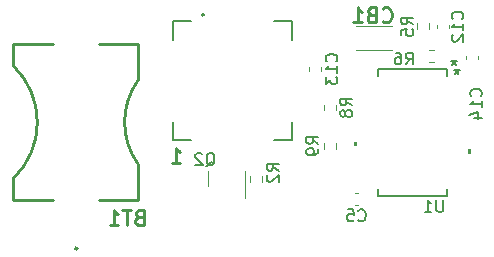
<source format=gbr>
%TF.GenerationSoftware,KiCad,Pcbnew,7.0.6*%
%TF.CreationDate,2024-02-06T14:07:09+09:00*%
%TF.ProjectId,CO2_sensor,434f325f-7365-46e7-936f-722e6b696361,rev?*%
%TF.SameCoordinates,Original*%
%TF.FileFunction,Legend,Bot*%
%TF.FilePolarity,Positive*%
%FSLAX46Y46*%
G04 Gerber Fmt 4.6, Leading zero omitted, Abs format (unit mm)*
G04 Created by KiCad (PCBNEW 7.0.6) date 2024-02-06 14:07:09*
%MOMM*%
%LPD*%
G01*
G04 APERTURE LIST*
%ADD10C,0.150000*%
%ADD11C,0.254000*%
%ADD12C,0.120000*%
%ADD13C,0.200000*%
%ADD14C,0.152400*%
%ADD15C,0.100000*%
G04 APERTURE END LIST*
D10*
X193539580Y-115107142D02*
X193587200Y-115059523D01*
X193587200Y-115059523D02*
X193634819Y-114916666D01*
X193634819Y-114916666D02*
X193634819Y-114821428D01*
X193634819Y-114821428D02*
X193587200Y-114678571D01*
X193587200Y-114678571D02*
X193491961Y-114583333D01*
X193491961Y-114583333D02*
X193396723Y-114535714D01*
X193396723Y-114535714D02*
X193206247Y-114488095D01*
X193206247Y-114488095D02*
X193063390Y-114488095D01*
X193063390Y-114488095D02*
X192872914Y-114535714D01*
X192872914Y-114535714D02*
X192777676Y-114583333D01*
X192777676Y-114583333D02*
X192682438Y-114678571D01*
X192682438Y-114678571D02*
X192634819Y-114821428D01*
X192634819Y-114821428D02*
X192634819Y-114916666D01*
X192634819Y-114916666D02*
X192682438Y-115059523D01*
X192682438Y-115059523D02*
X192730057Y-115107142D01*
X193634819Y-116059523D02*
X193634819Y-115488095D01*
X193634819Y-115773809D02*
X192634819Y-115773809D01*
X192634819Y-115773809D02*
X192777676Y-115678571D01*
X192777676Y-115678571D02*
X192872914Y-115583333D01*
X192872914Y-115583333D02*
X192920533Y-115488095D01*
X192634819Y-116392857D02*
X192634819Y-117011904D01*
X192634819Y-117011904D02*
X193015771Y-116678571D01*
X193015771Y-116678571D02*
X193015771Y-116821428D01*
X193015771Y-116821428D02*
X193063390Y-116916666D01*
X193063390Y-116916666D02*
X193111009Y-116964285D01*
X193111009Y-116964285D02*
X193206247Y-117011904D01*
X193206247Y-117011904D02*
X193444342Y-117011904D01*
X193444342Y-117011904D02*
X193539580Y-116964285D01*
X193539580Y-116964285D02*
X193587200Y-116916666D01*
X193587200Y-116916666D02*
X193634819Y-116821428D01*
X193634819Y-116821428D02*
X193634819Y-116535714D01*
X193634819Y-116535714D02*
X193587200Y-116440476D01*
X193587200Y-116440476D02*
X193539580Y-116392857D01*
D11*
X179598013Y-123690243D02*
X180323728Y-123690243D01*
X179960871Y-123690243D02*
X179960871Y-122420243D01*
X179960871Y-122420243D02*
X180081823Y-122601671D01*
X180081823Y-122601671D02*
X180202775Y-122722624D01*
X180202775Y-122722624D02*
X180323728Y-122783100D01*
D10*
X202592987Y-126834516D02*
X202592987Y-127644039D01*
X202592987Y-127644039D02*
X202545368Y-127739277D01*
X202545368Y-127739277D02*
X202497749Y-127786897D01*
X202497749Y-127786897D02*
X202402511Y-127834516D01*
X202402511Y-127834516D02*
X202212035Y-127834516D01*
X202212035Y-127834516D02*
X202116797Y-127786897D01*
X202116797Y-127786897D02*
X202069178Y-127739277D01*
X202069178Y-127739277D02*
X202021559Y-127644039D01*
X202021559Y-127644039D02*
X202021559Y-126834516D01*
X201021559Y-127834516D02*
X201592987Y-127834516D01*
X201307273Y-127834516D02*
X201307273Y-126834516D01*
X201307273Y-126834516D02*
X201402511Y-126977373D01*
X201402511Y-126977373D02*
X201497749Y-127072611D01*
X201497749Y-127072611D02*
X201592987Y-127120230D01*
X203749999Y-115704819D02*
X203749999Y-115942914D01*
X203988094Y-115847676D02*
X203749999Y-115942914D01*
X203749999Y-115942914D02*
X203511904Y-115847676D01*
X203892856Y-116133390D02*
X203749999Y-115942914D01*
X203749999Y-115942914D02*
X203607142Y-116133390D01*
X203499999Y-114954819D02*
X203499999Y-115192914D01*
X203738094Y-115097676D02*
X203499999Y-115192914D01*
X203499999Y-115192914D02*
X203261904Y-115097676D01*
X203642856Y-115383390D02*
X203499999Y-115192914D01*
X203499999Y-115192914D02*
X203357142Y-115383390D01*
X200048428Y-111976873D02*
X199572237Y-111643540D01*
X200048428Y-111405445D02*
X199048428Y-111405445D01*
X199048428Y-111405445D02*
X199048428Y-111786397D01*
X199048428Y-111786397D02*
X199096047Y-111881635D01*
X199096047Y-111881635D02*
X199143666Y-111929254D01*
X199143666Y-111929254D02*
X199238904Y-111976873D01*
X199238904Y-111976873D02*
X199381761Y-111976873D01*
X199381761Y-111976873D02*
X199476999Y-111929254D01*
X199476999Y-111929254D02*
X199524618Y-111881635D01*
X199524618Y-111881635D02*
X199572237Y-111786397D01*
X199572237Y-111786397D02*
X199572237Y-111405445D01*
X199048428Y-112881635D02*
X199048428Y-112405445D01*
X199048428Y-112405445D02*
X199524618Y-112357826D01*
X199524618Y-112357826D02*
X199476999Y-112405445D01*
X199476999Y-112405445D02*
X199429380Y-112500683D01*
X199429380Y-112500683D02*
X199429380Y-112738778D01*
X199429380Y-112738778D02*
X199476999Y-112834016D01*
X199476999Y-112834016D02*
X199524618Y-112881635D01*
X199524618Y-112881635D02*
X199619856Y-112929254D01*
X199619856Y-112929254D02*
X199857951Y-112929254D01*
X199857951Y-112929254D02*
X199953189Y-112881635D01*
X199953189Y-112881635D02*
X200000809Y-112834016D01*
X200000809Y-112834016D02*
X200048428Y-112738778D01*
X200048428Y-112738778D02*
X200048428Y-112500683D01*
X200048428Y-112500683D02*
X200000809Y-112405445D01*
X200000809Y-112405445D02*
X199953189Y-112357826D01*
D11*
X197467070Y-111682073D02*
X197527546Y-111742550D01*
X197527546Y-111742550D02*
X197708975Y-111803026D01*
X197708975Y-111803026D02*
X197829927Y-111803026D01*
X197829927Y-111803026D02*
X198011356Y-111742550D01*
X198011356Y-111742550D02*
X198132308Y-111621597D01*
X198132308Y-111621597D02*
X198192785Y-111500645D01*
X198192785Y-111500645D02*
X198253261Y-111258740D01*
X198253261Y-111258740D02*
X198253261Y-111077311D01*
X198253261Y-111077311D02*
X198192785Y-110835407D01*
X198192785Y-110835407D02*
X198132308Y-110714454D01*
X198132308Y-110714454D02*
X198011356Y-110593502D01*
X198011356Y-110593502D02*
X197829927Y-110533026D01*
X197829927Y-110533026D02*
X197708975Y-110533026D01*
X197708975Y-110533026D02*
X197527546Y-110593502D01*
X197527546Y-110593502D02*
X197467070Y-110653978D01*
X196499451Y-111137788D02*
X196318023Y-111198264D01*
X196318023Y-111198264D02*
X196257546Y-111258740D01*
X196257546Y-111258740D02*
X196197070Y-111379692D01*
X196197070Y-111379692D02*
X196197070Y-111561121D01*
X196197070Y-111561121D02*
X196257546Y-111682073D01*
X196257546Y-111682073D02*
X196318023Y-111742550D01*
X196318023Y-111742550D02*
X196438975Y-111803026D01*
X196438975Y-111803026D02*
X196922785Y-111803026D01*
X196922785Y-111803026D02*
X196922785Y-110533026D01*
X196922785Y-110533026D02*
X196499451Y-110533026D01*
X196499451Y-110533026D02*
X196378499Y-110593502D01*
X196378499Y-110593502D02*
X196318023Y-110653978D01*
X196318023Y-110653978D02*
X196257546Y-110774930D01*
X196257546Y-110774930D02*
X196257546Y-110895883D01*
X196257546Y-110895883D02*
X196318023Y-111016835D01*
X196318023Y-111016835D02*
X196378499Y-111077311D01*
X196378499Y-111077311D02*
X196499451Y-111137788D01*
X196499451Y-111137788D02*
X196922785Y-111137788D01*
X194987546Y-111803026D02*
X195713261Y-111803026D01*
X195350404Y-111803026D02*
X195350404Y-110533026D01*
X195350404Y-110533026D02*
X195471356Y-110714454D01*
X195471356Y-110714454D02*
X195592308Y-110835407D01*
X195592308Y-110835407D02*
X195713261Y-110895883D01*
D10*
X205768909Y-118051535D02*
X205816529Y-118003916D01*
X205816529Y-118003916D02*
X205864148Y-117861059D01*
X205864148Y-117861059D02*
X205864148Y-117765821D01*
X205864148Y-117765821D02*
X205816529Y-117622964D01*
X205816529Y-117622964D02*
X205721290Y-117527726D01*
X205721290Y-117527726D02*
X205626052Y-117480107D01*
X205626052Y-117480107D02*
X205435576Y-117432488D01*
X205435576Y-117432488D02*
X205292719Y-117432488D01*
X205292719Y-117432488D02*
X205102243Y-117480107D01*
X205102243Y-117480107D02*
X205007005Y-117527726D01*
X205007005Y-117527726D02*
X204911767Y-117622964D01*
X204911767Y-117622964D02*
X204864148Y-117765821D01*
X204864148Y-117765821D02*
X204864148Y-117861059D01*
X204864148Y-117861059D02*
X204911767Y-118003916D01*
X204911767Y-118003916D02*
X204959386Y-118051535D01*
X205864148Y-119003916D02*
X205864148Y-118432488D01*
X205864148Y-118718202D02*
X204864148Y-118718202D01*
X204864148Y-118718202D02*
X205007005Y-118622964D01*
X205007005Y-118622964D02*
X205102243Y-118527726D01*
X205102243Y-118527726D02*
X205149862Y-118432488D01*
X205197481Y-119861059D02*
X205864148Y-119861059D01*
X204816529Y-119622964D02*
X205530814Y-119384869D01*
X205530814Y-119384869D02*
X205530814Y-120003916D01*
X194884819Y-118833333D02*
X194408628Y-118500000D01*
X194884819Y-118261905D02*
X193884819Y-118261905D01*
X193884819Y-118261905D02*
X193884819Y-118642857D01*
X193884819Y-118642857D02*
X193932438Y-118738095D01*
X193932438Y-118738095D02*
X193980057Y-118785714D01*
X193980057Y-118785714D02*
X194075295Y-118833333D01*
X194075295Y-118833333D02*
X194218152Y-118833333D01*
X194218152Y-118833333D02*
X194313390Y-118785714D01*
X194313390Y-118785714D02*
X194361009Y-118738095D01*
X194361009Y-118738095D02*
X194408628Y-118642857D01*
X194408628Y-118642857D02*
X194408628Y-118261905D01*
X194313390Y-119404762D02*
X194265771Y-119309524D01*
X194265771Y-119309524D02*
X194218152Y-119261905D01*
X194218152Y-119261905D02*
X194122914Y-119214286D01*
X194122914Y-119214286D02*
X194075295Y-119214286D01*
X194075295Y-119214286D02*
X193980057Y-119261905D01*
X193980057Y-119261905D02*
X193932438Y-119309524D01*
X193932438Y-119309524D02*
X193884819Y-119404762D01*
X193884819Y-119404762D02*
X193884819Y-119595238D01*
X193884819Y-119595238D02*
X193932438Y-119690476D01*
X193932438Y-119690476D02*
X193980057Y-119738095D01*
X193980057Y-119738095D02*
X194075295Y-119785714D01*
X194075295Y-119785714D02*
X194122914Y-119785714D01*
X194122914Y-119785714D02*
X194218152Y-119738095D01*
X194218152Y-119738095D02*
X194265771Y-119690476D01*
X194265771Y-119690476D02*
X194313390Y-119595238D01*
X194313390Y-119595238D02*
X194313390Y-119404762D01*
X194313390Y-119404762D02*
X194361009Y-119309524D01*
X194361009Y-119309524D02*
X194408628Y-119261905D01*
X194408628Y-119261905D02*
X194503866Y-119214286D01*
X194503866Y-119214286D02*
X194694342Y-119214286D01*
X194694342Y-119214286D02*
X194789580Y-119261905D01*
X194789580Y-119261905D02*
X194837200Y-119309524D01*
X194837200Y-119309524D02*
X194884819Y-119404762D01*
X194884819Y-119404762D02*
X194884819Y-119595238D01*
X194884819Y-119595238D02*
X194837200Y-119690476D01*
X194837200Y-119690476D02*
X194789580Y-119738095D01*
X194789580Y-119738095D02*
X194694342Y-119785714D01*
X194694342Y-119785714D02*
X194503866Y-119785714D01*
X194503866Y-119785714D02*
X194408628Y-119738095D01*
X194408628Y-119738095D02*
X194361009Y-119690476D01*
X194361009Y-119690476D02*
X194313390Y-119595238D01*
X182521075Y-123970392D02*
X182616313Y-123922773D01*
X182616313Y-123922773D02*
X182711551Y-123827535D01*
X182711551Y-123827535D02*
X182854408Y-123684677D01*
X182854408Y-123684677D02*
X182949646Y-123637058D01*
X182949646Y-123637058D02*
X183044884Y-123637058D01*
X182997265Y-123875154D02*
X183092503Y-123827535D01*
X183092503Y-123827535D02*
X183187741Y-123732296D01*
X183187741Y-123732296D02*
X183235360Y-123541820D01*
X183235360Y-123541820D02*
X183235360Y-123208487D01*
X183235360Y-123208487D02*
X183187741Y-123018011D01*
X183187741Y-123018011D02*
X183092503Y-122922773D01*
X183092503Y-122922773D02*
X182997265Y-122875154D01*
X182997265Y-122875154D02*
X182806789Y-122875154D01*
X182806789Y-122875154D02*
X182711551Y-122922773D01*
X182711551Y-122922773D02*
X182616313Y-123018011D01*
X182616313Y-123018011D02*
X182568694Y-123208487D01*
X182568694Y-123208487D02*
X182568694Y-123541820D01*
X182568694Y-123541820D02*
X182616313Y-123732296D01*
X182616313Y-123732296D02*
X182711551Y-123827535D01*
X182711551Y-123827535D02*
X182806789Y-123875154D01*
X182806789Y-123875154D02*
X182997265Y-123875154D01*
X182187741Y-122970392D02*
X182140122Y-122922773D01*
X182140122Y-122922773D02*
X182044884Y-122875154D01*
X182044884Y-122875154D02*
X181806789Y-122875154D01*
X181806789Y-122875154D02*
X181711551Y-122922773D01*
X181711551Y-122922773D02*
X181663932Y-122970392D01*
X181663932Y-122970392D02*
X181616313Y-123065630D01*
X181616313Y-123065630D02*
X181616313Y-123160868D01*
X181616313Y-123160868D02*
X181663932Y-123303725D01*
X181663932Y-123303725D02*
X182235360Y-123875154D01*
X182235360Y-123875154D02*
X181616313Y-123875154D01*
X204216961Y-111517018D02*
X204264581Y-111469399D01*
X204264581Y-111469399D02*
X204312200Y-111326542D01*
X204312200Y-111326542D02*
X204312200Y-111231304D01*
X204312200Y-111231304D02*
X204264581Y-111088447D01*
X204264581Y-111088447D02*
X204169342Y-110993209D01*
X204169342Y-110993209D02*
X204074104Y-110945590D01*
X204074104Y-110945590D02*
X203883628Y-110897971D01*
X203883628Y-110897971D02*
X203740771Y-110897971D01*
X203740771Y-110897971D02*
X203550295Y-110945590D01*
X203550295Y-110945590D02*
X203455057Y-110993209D01*
X203455057Y-110993209D02*
X203359819Y-111088447D01*
X203359819Y-111088447D02*
X203312200Y-111231304D01*
X203312200Y-111231304D02*
X203312200Y-111326542D01*
X203312200Y-111326542D02*
X203359819Y-111469399D01*
X203359819Y-111469399D02*
X203407438Y-111517018D01*
X204312200Y-112469399D02*
X204312200Y-111897971D01*
X204312200Y-112183685D02*
X203312200Y-112183685D01*
X203312200Y-112183685D02*
X203455057Y-112088447D01*
X203455057Y-112088447D02*
X203550295Y-111993209D01*
X203550295Y-111993209D02*
X203597914Y-111897971D01*
X203407438Y-112850352D02*
X203359819Y-112897971D01*
X203359819Y-112897971D02*
X203312200Y-112993209D01*
X203312200Y-112993209D02*
X203312200Y-113231304D01*
X203312200Y-113231304D02*
X203359819Y-113326542D01*
X203359819Y-113326542D02*
X203407438Y-113374161D01*
X203407438Y-113374161D02*
X203502676Y-113421780D01*
X203502676Y-113421780D02*
X203597914Y-113421780D01*
X203597914Y-113421780D02*
X203740771Y-113374161D01*
X203740771Y-113374161D02*
X204312200Y-112802733D01*
X204312200Y-112802733D02*
X204312200Y-113421780D01*
X188663704Y-124348199D02*
X188187513Y-124014866D01*
X188663704Y-123776771D02*
X187663704Y-123776771D01*
X187663704Y-123776771D02*
X187663704Y-124157723D01*
X187663704Y-124157723D02*
X187711323Y-124252961D01*
X187711323Y-124252961D02*
X187758942Y-124300580D01*
X187758942Y-124300580D02*
X187854180Y-124348199D01*
X187854180Y-124348199D02*
X187997037Y-124348199D01*
X187997037Y-124348199D02*
X188092275Y-124300580D01*
X188092275Y-124300580D02*
X188139894Y-124252961D01*
X188139894Y-124252961D02*
X188187513Y-124157723D01*
X188187513Y-124157723D02*
X188187513Y-123776771D01*
X187758942Y-124729152D02*
X187711323Y-124776771D01*
X187711323Y-124776771D02*
X187663704Y-124872009D01*
X187663704Y-124872009D02*
X187663704Y-125110104D01*
X187663704Y-125110104D02*
X187711323Y-125205342D01*
X187711323Y-125205342D02*
X187758942Y-125252961D01*
X187758942Y-125252961D02*
X187854180Y-125300580D01*
X187854180Y-125300580D02*
X187949418Y-125300580D01*
X187949418Y-125300580D02*
X188092275Y-125252961D01*
X188092275Y-125252961D02*
X188663704Y-124681533D01*
X188663704Y-124681533D02*
X188663704Y-125300580D01*
X192024819Y-122083333D02*
X191548628Y-121750000D01*
X192024819Y-121511905D02*
X191024819Y-121511905D01*
X191024819Y-121511905D02*
X191024819Y-121892857D01*
X191024819Y-121892857D02*
X191072438Y-121988095D01*
X191072438Y-121988095D02*
X191120057Y-122035714D01*
X191120057Y-122035714D02*
X191215295Y-122083333D01*
X191215295Y-122083333D02*
X191358152Y-122083333D01*
X191358152Y-122083333D02*
X191453390Y-122035714D01*
X191453390Y-122035714D02*
X191501009Y-121988095D01*
X191501009Y-121988095D02*
X191548628Y-121892857D01*
X191548628Y-121892857D02*
X191548628Y-121511905D01*
X192024819Y-122559524D02*
X192024819Y-122750000D01*
X192024819Y-122750000D02*
X191977200Y-122845238D01*
X191977200Y-122845238D02*
X191929580Y-122892857D01*
X191929580Y-122892857D02*
X191786723Y-122988095D01*
X191786723Y-122988095D02*
X191596247Y-123035714D01*
X191596247Y-123035714D02*
X191215295Y-123035714D01*
X191215295Y-123035714D02*
X191120057Y-122988095D01*
X191120057Y-122988095D02*
X191072438Y-122940476D01*
X191072438Y-122940476D02*
X191024819Y-122845238D01*
X191024819Y-122845238D02*
X191024819Y-122654762D01*
X191024819Y-122654762D02*
X191072438Y-122559524D01*
X191072438Y-122559524D02*
X191120057Y-122511905D01*
X191120057Y-122511905D02*
X191215295Y-122464286D01*
X191215295Y-122464286D02*
X191453390Y-122464286D01*
X191453390Y-122464286D02*
X191548628Y-122511905D01*
X191548628Y-122511905D02*
X191596247Y-122559524D01*
X191596247Y-122559524D02*
X191643866Y-122654762D01*
X191643866Y-122654762D02*
X191643866Y-122845238D01*
X191643866Y-122845238D02*
X191596247Y-122940476D01*
X191596247Y-122940476D02*
X191548628Y-122988095D01*
X191548628Y-122988095D02*
X191453390Y-123035714D01*
X199433549Y-115359192D02*
X199766882Y-114883001D01*
X200004977Y-115359192D02*
X200004977Y-114359192D01*
X200004977Y-114359192D02*
X199624025Y-114359192D01*
X199624025Y-114359192D02*
X199528787Y-114406811D01*
X199528787Y-114406811D02*
X199481168Y-114454430D01*
X199481168Y-114454430D02*
X199433549Y-114549668D01*
X199433549Y-114549668D02*
X199433549Y-114692525D01*
X199433549Y-114692525D02*
X199481168Y-114787763D01*
X199481168Y-114787763D02*
X199528787Y-114835382D01*
X199528787Y-114835382D02*
X199624025Y-114883001D01*
X199624025Y-114883001D02*
X200004977Y-114883001D01*
X198576406Y-114359192D02*
X198766882Y-114359192D01*
X198766882Y-114359192D02*
X198862120Y-114406811D01*
X198862120Y-114406811D02*
X198909739Y-114454430D01*
X198909739Y-114454430D02*
X199004977Y-114597287D01*
X199004977Y-114597287D02*
X199052596Y-114787763D01*
X199052596Y-114787763D02*
X199052596Y-115168715D01*
X199052596Y-115168715D02*
X199004977Y-115263953D01*
X199004977Y-115263953D02*
X198957358Y-115311573D01*
X198957358Y-115311573D02*
X198862120Y-115359192D01*
X198862120Y-115359192D02*
X198671644Y-115359192D01*
X198671644Y-115359192D02*
X198576406Y-115311573D01*
X198576406Y-115311573D02*
X198528787Y-115263953D01*
X198528787Y-115263953D02*
X198481168Y-115168715D01*
X198481168Y-115168715D02*
X198481168Y-114930620D01*
X198481168Y-114930620D02*
X198528787Y-114835382D01*
X198528787Y-114835382D02*
X198576406Y-114787763D01*
X198576406Y-114787763D02*
X198671644Y-114740144D01*
X198671644Y-114740144D02*
X198862120Y-114740144D01*
X198862120Y-114740144D02*
X198957358Y-114787763D01*
X198957358Y-114787763D02*
X199004977Y-114835382D01*
X199004977Y-114835382D02*
X199052596Y-114930620D01*
D11*
X176837330Y-128283669D02*
X176655902Y-128344145D01*
X176655902Y-128344145D02*
X176595425Y-128404621D01*
X176595425Y-128404621D02*
X176534949Y-128525573D01*
X176534949Y-128525573D02*
X176534949Y-128707002D01*
X176534949Y-128707002D02*
X176595425Y-128827954D01*
X176595425Y-128827954D02*
X176655902Y-128888431D01*
X176655902Y-128888431D02*
X176776854Y-128948907D01*
X176776854Y-128948907D02*
X177260664Y-128948907D01*
X177260664Y-128948907D02*
X177260664Y-127678907D01*
X177260664Y-127678907D02*
X176837330Y-127678907D01*
X176837330Y-127678907D02*
X176716378Y-127739383D01*
X176716378Y-127739383D02*
X176655902Y-127799859D01*
X176655902Y-127799859D02*
X176595425Y-127920811D01*
X176595425Y-127920811D02*
X176595425Y-128041764D01*
X176595425Y-128041764D02*
X176655902Y-128162716D01*
X176655902Y-128162716D02*
X176716378Y-128223192D01*
X176716378Y-128223192D02*
X176837330Y-128283669D01*
X176837330Y-128283669D02*
X177260664Y-128283669D01*
X176172092Y-127678907D02*
X175446378Y-127678907D01*
X175809235Y-128948907D02*
X175809235Y-127678907D01*
X174357806Y-128948907D02*
X175083521Y-128948907D01*
X174720664Y-128948907D02*
X174720664Y-127678907D01*
X174720664Y-127678907D02*
X174841616Y-127860335D01*
X174841616Y-127860335D02*
X174962568Y-127981288D01*
X174962568Y-127981288D02*
X175083521Y-128041764D01*
D10*
X195416666Y-128539580D02*
X195464285Y-128587200D01*
X195464285Y-128587200D02*
X195607142Y-128634819D01*
X195607142Y-128634819D02*
X195702380Y-128634819D01*
X195702380Y-128634819D02*
X195845237Y-128587200D01*
X195845237Y-128587200D02*
X195940475Y-128491961D01*
X195940475Y-128491961D02*
X195988094Y-128396723D01*
X195988094Y-128396723D02*
X196035713Y-128206247D01*
X196035713Y-128206247D02*
X196035713Y-128063390D01*
X196035713Y-128063390D02*
X195988094Y-127872914D01*
X195988094Y-127872914D02*
X195940475Y-127777676D01*
X195940475Y-127777676D02*
X195845237Y-127682438D01*
X195845237Y-127682438D02*
X195702380Y-127634819D01*
X195702380Y-127634819D02*
X195607142Y-127634819D01*
X195607142Y-127634819D02*
X195464285Y-127682438D01*
X195464285Y-127682438D02*
X195416666Y-127730057D01*
X194511904Y-127634819D02*
X194988094Y-127634819D01*
X194988094Y-127634819D02*
X195035713Y-128111009D01*
X195035713Y-128111009D02*
X194988094Y-128063390D01*
X194988094Y-128063390D02*
X194892856Y-128015771D01*
X194892856Y-128015771D02*
X194654761Y-128015771D01*
X194654761Y-128015771D02*
X194559523Y-128063390D01*
X194559523Y-128063390D02*
X194511904Y-128111009D01*
X194511904Y-128111009D02*
X194464285Y-128206247D01*
X194464285Y-128206247D02*
X194464285Y-128444342D01*
X194464285Y-128444342D02*
X194511904Y-128539580D01*
X194511904Y-128539580D02*
X194559523Y-128587200D01*
X194559523Y-128587200D02*
X194654761Y-128634819D01*
X194654761Y-128634819D02*
X194892856Y-128634819D01*
X194892856Y-128634819D02*
X194988094Y-128587200D01*
X194988094Y-128587200D02*
X195035713Y-128539580D01*
D12*
%TO.C,C13*%
X191240000Y-115890580D02*
X191240000Y-115609420D01*
X192260000Y-115890580D02*
X192260000Y-115609420D01*
D13*
%TO.C,1*%
X182350000Y-111150000D02*
X182350000Y-111150000D01*
X182150000Y-111150000D02*
X182150000Y-111150000D01*
X189800000Y-111700000D02*
X188250000Y-111700000D01*
X179700000Y-111700000D02*
X181250000Y-111700000D01*
X189800000Y-113250000D02*
X189800000Y-111700000D01*
X179700000Y-113250000D02*
X179700000Y-111700000D01*
X189800000Y-120250000D02*
X189800000Y-121800000D01*
X179700000Y-120250000D02*
X179700000Y-121800000D01*
X189800000Y-121800000D02*
X188250000Y-121800000D01*
X179700000Y-121800000D02*
X181250000Y-121800000D01*
X182150000Y-111150000D02*
G75*
G03*
X182350000Y-111150000I100000J0D01*
G01*
X182350000Y-111150000D02*
G75*
G03*
X182150000Y-111150000I-100000J0D01*
G01*
D14*
%TO.C,U1*%
X202921000Y-126497135D02*
X197079000Y-126497135D01*
X202921000Y-125898584D02*
X202921000Y-126497135D01*
X202921000Y-115752935D02*
X202921000Y-116351486D01*
X197079000Y-126497135D02*
X197079000Y-125898584D01*
X197079000Y-116351486D02*
X197079000Y-115752935D01*
X197079000Y-115752935D02*
X202921000Y-115752935D01*
G36*
X204965700Y-122940500D02*
G01*
X204711700Y-122940500D01*
X204711700Y-122559500D01*
X204965700Y-122559500D01*
X204965700Y-122940500D01*
G37*
G36*
X195288300Y-122290514D02*
G01*
X195034300Y-122290514D01*
X195034300Y-121909514D01*
X195288300Y-121909514D01*
X195288300Y-122290514D01*
G37*
D12*
%TO.C,R5*%
X200345300Y-112362293D02*
X200345300Y-111887777D01*
X201390300Y-112362293D02*
X201390300Y-111887777D01*
D15*
%TO.C,CB1*%
X198242800Y-114125035D02*
X195242800Y-114125035D01*
X198242800Y-112125035D02*
X195242800Y-112125035D01*
D12*
%TO.C,C14*%
X205510000Y-114609420D02*
X205510000Y-114890580D01*
X204490000Y-114609420D02*
X204490000Y-114890580D01*
%TO.C,R8*%
X192477500Y-119237258D02*
X192477500Y-118762742D01*
X193522500Y-119237258D02*
X193522500Y-118762742D01*
%TO.C,Q2*%
X182690000Y-125000000D02*
X182690000Y-125650000D01*
X182690000Y-125000000D02*
X182690000Y-124350000D01*
X185810000Y-125000000D02*
X185810000Y-126675000D01*
X185810000Y-125000000D02*
X185810000Y-124350000D01*
%TO.C,C12*%
X203127800Y-111984455D02*
X203127800Y-112265615D01*
X202107800Y-111984455D02*
X202107800Y-112265615D01*
%TO.C,R2*%
X187281749Y-124823653D02*
X187281749Y-125298169D01*
X186236749Y-124823653D02*
X186236749Y-125298169D01*
%TO.C,R9*%
X193522500Y-122012742D02*
X193522500Y-122487258D01*
X192477500Y-122012742D02*
X192477500Y-122487258D01*
%TO.C,R6*%
X201855058Y-115147535D02*
X201380542Y-115147535D01*
X201855058Y-114102535D02*
X201380542Y-114102535D01*
D11*
%TO.C,BT1*%
X166200000Y-126850000D02*
X169550000Y-126850000D01*
X166200000Y-126850000D02*
X166200000Y-125028000D01*
X176800000Y-126850000D02*
X173450000Y-126850000D01*
X176800000Y-123853000D02*
X176800000Y-126850000D01*
X166200000Y-115472000D02*
X166200000Y-113650000D01*
X166200000Y-113650000D02*
X169550000Y-113650000D01*
X176800000Y-113650000D02*
X176800000Y-116647000D01*
X176800000Y-113650000D02*
X173450000Y-113650000D01*
X176800590Y-116646193D02*
G75*
G03*
X176800001Y-123852999I4941205J-3603807D01*
G01*
X166203420Y-125024721D02*
G75*
G03*
X166200000Y-115472000I-4582073J4774721D01*
G01*
X171619930Y-130935000D02*
G75*
G03*
X171619930Y-130935000I-82930J0D01*
G01*
D12*
%TO.C,C5*%
X195109420Y-126240000D02*
X195390580Y-126240000D01*
X195109420Y-127260000D02*
X195390580Y-127260000D01*
%TD*%
M02*

</source>
